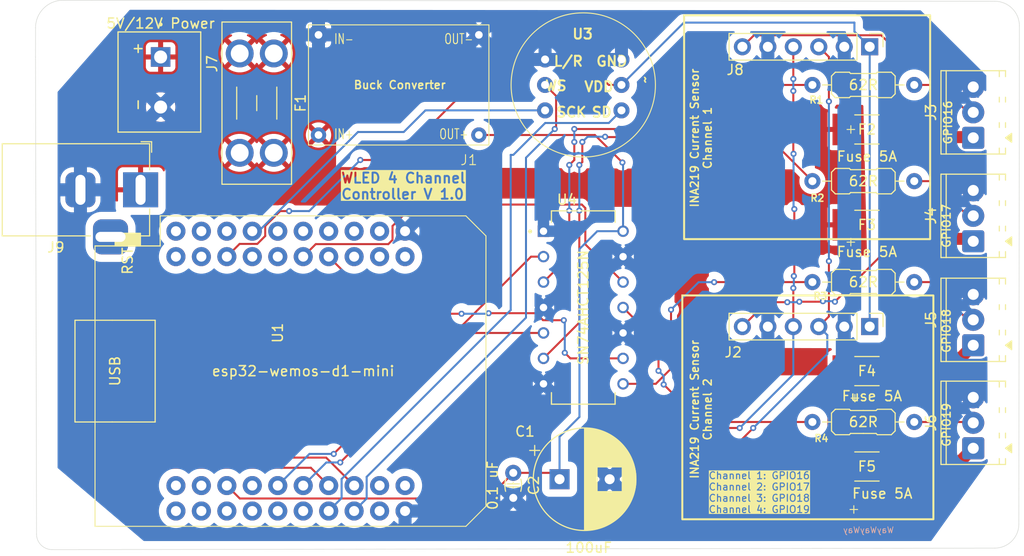
<source format=kicad_pcb>
(kicad_pcb (version 20241229) (generator "pcbnew") (generator_version "9.0")
  (title_block (title "WLED 4 Channel Controller") (date "2/15/2025"))
  (layers (0 "F.Cu" signal) (2 "B.Cu" signal) (13 "F.Paste" user) (15 "B.Paste" user) (5 "F.SilkS" user "F.Silkscreen") (7 "B.SilkS" user "B.Silkscreen") (1 "F.Mask" user) (3 "B.Mask" user) (25 "Edge.Cuts" user))
  (net 0 "")
  (net 4 "DATA1")
  (net 9 "MIC_SD")
  (net 10 "MIC_SCK")
  (net 18 "DATA4")
  (net 22 "DATA2")
  (net 28 "MIC_WS")
  (net 33 "DATA3")
  (net 34 "+12V")
  (net 35 "+5V")
  (net 36 "+3.3V")
  (net 37 "LED_DATA1")
  (net 38 "Net-(U4-1Y)")
  (net 39 "LED_DATA2")
  (net 40 "Net-(U4-2Y)")
  (net 41 "Net-(U4-3Y)")
  (net 42 "LED_DATA3")
  (net 43 "Net-(U4-4Y)")
  (net 44 "LED_DATA4")
  (net 45 "Net-(J2-Pin_6)")
  (net 46 "Net-(J6-Pin_1)")
  (net 47 "GND")
  (net 48 "Net-(J5-Pin_1)")
  (net 49 "SENS-SCL")
  (net 50 "SENS-SDA")
  (net 51 "Net-(J3-Pin_1)")
  (net 53 "+VCC")
  (footprint "PCM_Capacitor_THT_AKL:C_Disc_D3.0mm_W1.6mm_P2.50mm" (layer "F.Cu") (at 73.66 78.74 -90)
    (property "Reference" "C2" (at 1.25 -2.05 90) (layer "F.SilkS"))
    (property "Value" "0.1 uF" (at 1.25 2.05 90) (layer "F.SilkS"))
    (pad "1" thru_hole circle (at 0 0 270) (size 1.6 1.6) (drill 0.8) (layers "*.Cu" "*.Mask") (net 35 "+5V"))
    (pad "2" thru_hole circle (at 2.5 0 270) (size 1.6 1.6) (drill 0.8) (layers "*.Cu" "*.Mask") (net 47 "GND"))
  )
  (footprint "PCM_Resistor_THT_AKL:R_Axial_DIN0207_L6.3mm_D2.5mm_P10.16mm_Horizontal" (layer "F.Cu") (at 103.505 49.61)
    (property "Reference" "R2" (at 0.495 1.69 0) (layer "F.SilkS") (effects (font (size 0.7 0.7))))
    (property "Value" "62R" (at 5.08 0 0) (layer "F.SilkS"))
    (pad "1" thru_hole circle (at 0 0) (size 1.6 1.6) (drill 0.8) (layers "*.Cu" "*.Mask") (net 40 "Net-(U4-2Y)"))
    (pad "2" thru_hole oval (at 10.16 0) (size 1.6 1.6) (drill 0.8) (layers "*.Cu" "*.Mask") (net 39 "LED_DATA2"))
  )
  (footprint "PCM_Resistor_THT_AKL:R_Axial_DIN0207_L6.3mm_D2.5mm_P10.16mm_Horizontal" (layer "F.Cu") (at 103.505 40.005)
    (property "Reference" "R1" (hide yes))
    (property "Value" "62R" (at 5.08 0 0) (layer "F.SilkS"))
    (fp_text user "${REFERENCE}" (at 0.395 1.495 0) (layer "F.SilkS") (effects (font (size 0.7 0.7))))
    (pad "1" thru_hole circle (at 0 0) (size 1.6 1.6) (drill 0.8) (layers "*.Cu" "*.Mask") (net 38 "Net-(U4-1Y)"))
    (pad "2" thru_hole oval (at 10.16 0) (size 1.6 1.6) (drill 0.8) (layers "*.Cu" "*.Mask") (net 37 "LED_DATA1"))
  )
  (footprint "TerminalBlock_Phoenix:TerminalBlock_Phoenix_MPT-0,5-3-2.54_1x03_P2.54mm_Horizontal" (layer "F.Cu") (at 119.55 45.283334 90)
    (property "Reference" "J3" (at 2.54 -4.22 90) (layer "F.SilkS"))
    (property "Value" "LED Channel 1")
    (pad "" np_thru_hole circle (at 0 2.54 90) (size 1.1 1.1) (drill 1.1) (layers "*.Cu" "*.Mask"))
    (pad "" np_thru_hole circle (at 2.54 2.54 90) (size 1.1 1.1) (drill 1.1) (layers "*.Cu" "*.Mask"))
    (pad "" np_thru_hole circle (at 5.08 2.54 90) (size 1.1 1.1) (drill 1.1) (layers "*.Cu" "*.Mask"))
    (pad "1" thru_hole roundrect (at 0 0 90) (size 2.2 2.2) (drill 1.1) (layers "*.Cu" "*.Mask") (roundrect_rratio 0.113636) (net 51 "Net-(J3-Pin_1)"))
    (pad "2" thru_hole circle (at 2.54 0 90) (size 2.2 2.2) (drill 1.1) (layers "*.Cu" "*.Mask") (net 37 "LED_DATA1"))
    (pad "3" thru_hole circle (at 5.08 0 90) (size 2.2 2.2) (drill 1.1) (layers "*.Cu" "*.Mask") (net 47 "GND"))
  )
  (footprint "PCM_Capacitor_THT_AKL:CP_Radial_D10.0mm_P5.00mm" (layer "F.Cu") (at 78.277323 79.375)
    (property "Reference" "C1" (at -3.45 -4.765 0) (layer "F.SilkS"))
    (property "Value" "100uF" (at 2.912677 6.835 0) (layer "F.SilkS"))
    (pad "1" thru_hole rect (at 0 0) (size 2 2) (drill 1) (layers "*.Cu" "*.Mask") (net 35 "+5V"))
    (pad "2" thru_hole circle (at 5 0) (size 2 2) (drill 1) (layers "*.Cu" "*.Mask") (net 47 "GND"))
  )
  (footprint "Fuse:Fuse_Littelfuse-NANO2-451_453" (layer "F.Cu") (at 108.945 53.975)
    (property "Reference" "F3" (at 0 0 0) (layer "F.SilkS"))
    (property "Value" "Fuse 5A" (at 0 2.7 0) (layer "F.SilkS"))
    (pad "1" smd rect (at -2.455 0) (size 1.96 3.15) (layers "F.Cu" "F.Mask" "F.Paste") (net 34 "+12V"))
    (pad "2" smd rect (at 2.455 0) (size 1.96 3.15) (layers "F.Cu" "F.Mask" "F.Paste") (net 45 "Net-(J2-Pin_6)"))
  )
  (footprint "TerminalBlock_Phoenix:TerminalBlock_Phoenix_MPT-0,5-3-2.54_1x03_P2.54mm_Horizontal" (layer "F.Cu") (at 119.55 66 90)
    (property "Reference" "J5" (at 2.54 -4.22 90) (layer "F.SilkS"))
    (property "Value" "LED Channel 3")
    (pad "" np_thru_hole circle (at 0 2.54 90) (size 1.1 1.1) (drill 1.1) (layers "*.Cu" "*.Mask"))
    (pad "" np_thru_hole circle (at 2.54 2.54 90) (size 1.1 1.1) (drill 1.1) (layers "*.Cu" "*.Mask"))
    (pad "" np_thru_hole circle (at 5.08 2.54 90) (size 1.1 1.1) (drill 1.1) (layers "*.Cu" "*.Mask"))
    (pad "1" thru_hole roundrect (at 0 0 90) (size 2.2 2.2) (drill 1.1) (layers "*.Cu" "*.Mask") (roundrect_rratio 0.113636) (net 48 "Net-(J5-Pin_1)"))
    (pad "2" thru_hole circle (at 2.54 0 90) (size 2.2 2.2) (drill 1.1) (layers "*.Cu" "*.Mask") (net 42 "LED_DATA3"))
    (pad "3" thru_hole circle (at 5.08 0 90) (size 2.2 2.2) (drill 1.1) (layers "*.Cu" "*.Mask") (net 47 "GND"))
  )
  (footprint "SN74AHCT125N:DIP794W45P254L1930H508Q14" (layer "F.Cu") (at 80.645 62.23)
    (property "Reference" "U4" (at -1.625 -10.775 0) (layer "F.SilkS"))
    (property "Value" "SN74AHCT125N" (at 0 0 90) (layer "F.SilkS"))
    (pad "1" thru_hole rect (at -3.97 -7.62) (size 1.14 1.14) (drill 0.74) (layers "*.Cu" "*.Mask") (net 47 "GND"))
    (pad "2" thru_hole circle (at -3.97 -5.08) (size 1.14 1.14) (drill 0.74) (layers "*.Cu" "*.Mask") (net 4 "DATA1"))
    (pad "3" thru_hole circle (at -3.97 -2.54) (size 1.14 1.14) (drill 0.74) (layers "*.Cu" "*.Mask") (net 38 "Net-(U4-1Y)"))
    (pad "4" thru_hole circle (at -3.97 0) (size 1.14 1.14) (drill 0.74) (layers "*.Cu" "*.Mask") (net 47 "GND"))
    (pad "5" thru_hole circle (at -3.97 2.54) (size 1.14 1.14) (drill 0.74) (layers "*.Cu" "*.Mask") (net 22 "DATA2"))
    (pad "6" thru_hole circle (at -3.97 5.08) (size 1.14 1.14) (drill 0.74) (layers "*.Cu" "*.Mask") (net 40 "Net-(U4-2Y)"))
    (pad "7" thru_hole circle (at -3.97 7.62) (size 1.14 1.14) (drill 0.74) (layers "*.Cu" "*.Mask") (net 47 "GND"))
    (pad "8" thru_hole circle (at 3.97 7.62) (size 1.14 1.14) (drill 0.74) (layers "*.Cu" "*.Mask") (net 41 "Net-(U4-3Y)"))
    (pad "9" thru_hole circle (at 3.97 5.08) (size 1.14 1.14) (drill 0.74) (layers "*.Cu" "*.Mask") (net 33 "DATA3"))
    (pad "10" thru_hole circle (at 3.97 2.54) (size 1.14 1.14) (drill 0.74) (layers "*.Cu" "*.Mask") (net 47 "GND"))
    (pad "11" thru_hole circle (at 3.97 0) (size 1.14 1.14) (drill 0.74) (layers "*.Cu" "*.Mask") (net 43 "Net-(U4-4Y)"))
    (pad "12" thru_hole circle (at 3.97 -2.54) (size 1.14 1.14) (drill 0.74) (layers "*.Cu" "*.Mask") (net 18 "DATA4"))
    (pad "13" thru_hole circle (at 3.97 -5.08) (size 1.14 1.14) (drill 0.74) (layers "*.Cu" "*.Mask") (net 47 "GND"))
    (pad "14" thru_hole circle (at 3.97 -7.62) (size 1.14 1.14) (drill 0.74) (layers "*.Cu" "*.Mask") (net 35 "+5V"))
  )
  (footprint "PCM_Resistor_THT_AKL:R_Axial_DIN0207_L6.3mm_D2.5mm_P10.16mm_Horizontal" (layer "F.Cu") (at 103.505 73.66)
    (property "Reference" "R4" (hide yes))
    (property "Value" "62R" (at 5.08 0 0) (layer "F.SilkS"))
    (fp_text user "${REFERENCE}" (at 0.895 1.64 0) (layer "F.SilkS") (effects (font (size 0.7 0.7))))
    (pad "1" thru_hole circle (at 0 0) (size 1.6 1.6) (drill 0.8) (layers "*.Cu" "*.Mask") (net 43 "Net-(U4-4Y)"))
    (pad "2" thru_hole oval (at 10.16 0) (size 1.6 1.6) (drill 0.8) (layers "*.Cu" "*.Mask") (net 44 "LED_DATA4"))
  )
  (footprint "Fuse:Fuse_Littelfuse-NANO2-451_453" (layer "F.Cu") (at 108.945 78.105)
    (property "Reference" "F5" (at 0 0 0) (layer "F.SilkS"))
    (property "Value" "Fuse 5A" (at 1.532 2.7 0) (layer "F.SilkS"))
    (pad "1" smd rect (at -2.455 0) (size 1.96 3.15) (layers "F.Cu" "F.Mask" "F.Paste") (net 34 "+12V"))
    (pad "2" smd rect (at 2.455 0) (size 1.96 3.15) (layers "F.Cu" "F.Mask" "F.Paste") (net 46 "Net-(J6-Pin_1)"))
  )
  (footprint "MyCustom:Buck Converter Board" (layer "F.Cu") (at 62.23 39.005)
    (property "Reference" "J1" (at 7 8.5 0) (layer "F.SilkS") (effects (font (thickness 0.1))))
    (property "Value" "Buck Converter" (at 0.11 1 0) (layer "F.SilkS") (effects (font (size 0.8 0.8))))
    (fp_text user "OUT-" (at 4.5 -3 0) (layer "F.SilkS") (effects (font (size 1 0.7) (thickness 0.1)) (justify left bottom)))
    (fp_text user "IN+" (at -6.5 6.5 0) (layer "F.SilkS") (effects (font (size 1 0.7) (thickness 0.1)) (justify left bottom)))
    (fp_text user "OUT+" (at 4 6.5 0) (layer "F.SilkS") (effects (font (size 1 0.7) (thickness 0.1)) (justify left bottom)))
    (fp_text user "IN-" (at -6.5 -3 0) (layer "F.SilkS") (effects (font (size 1 0.7) (thickness 0.1)) (justify left bottom)))
    (pad "1" thru_hole rect (at -8 -4) (size 1.524 1.524) (drill 0.762) (layers "*.Cu" "*.Mask") (net 47 "GND"))
    (pad "2" thru_hole circle (at -8 6) (size 1.524 1.524) (drill 0.762) (layers "*.Cu" "*.Mask") (net 34 "+12V"))
    (pad "3" thru_hole circle (at 8 -4) (size 1.524 1.524) (drill 0.762) (layers "*.Cu" "*.Mask") (net 47 "GND"))
    (pad "4" thru_hole circle (at 8 6) (size 1.524 1.524) (drill 0.762) (layers "*.Cu" "*.Mask") (net 35 "+5V"))
  )
  (footprint "Connector_BarrelJack:BarrelJack_Horizontal" (layer "F.Cu") (at 36.48 50.4775)
    (property "Reference" "J9" (at -8.45 5.75 0) (layer "F.SilkS"))
    (property "Value" "Barrel_Jack")
    (pad "1" thru_hole rect (at 0 0) (size 3.5 3.5) (drill oval 1 3) (layers "*.Cu" "*.Mask") (net 53 "+VCC"))
    (pad "2" thru_hole roundrect (at -6 0) (size 3 3.5) (drill oval 1 3) (layers "*.Cu" "*.Mask") (net 47 "GND"))
    (pad "3" thru_hole roundrect (at -3 4.7) (size 3.5 3.5) (drill oval 3 1) (layers "*.Cu" "*.Mask"))
  )
  (footprint "TerminalBlock_Phoenix:TerminalBlock_Phoenix_MPT-0,5-3-2.54_1x03_P2.54mm_Horizontal" (layer "F.Cu") (at 119.55 76.283333 90)
    (property "Reference" "J6" (at 2.54 -4.22 90) (layer "F.SilkS"))
    (property "Value" "LED Channel 4")
    (pad "" np_thru_hole circle (at 0 2.54 90) (size 1.1 1.1) (drill 1.1) (layers "*.Cu" "*.Mask"))
    (pad "" np_thru_hole circle (at 2.54 2.54 90) (size 1.1 1.1) (drill 1.1) (layers "*.Cu" "*.Mask"))
    (pad "" np_thru_hole circle (at 5.08 2.54 90) (size 1.1 1.1) (drill 1.1) (layers "*.Cu" "*.Mask"))
    (pad "1" thru_hole roundrect (at 0 0 90) (size 2.2 2.2) (drill 1.1) (layers "*.Cu" "*.Mask") (roundrect_rratio 0.113636) (net 46 "Net-(J6-Pin_1)"))
    (pad "2" thru_hole circle (at 2.54 0 90) (size 2.2 2.2) (drill 1.1) (layers "*.Cu" "*.Mask") (net 44 "LED_DATA4"))
    (pad "3" thru_hole circle (at 5.08 0 90) (size 2.2 2.2) (drill 1.1) (layers "*.Cu" "*.Mask") (net 47 "GND"))
  )
  (footprint "MyCustom:INMP441_Module" (layer "F.Cu") (at 80.645 40.005 90)
    (property "Reference" "U3" (at 5.08 -0.065 0) (layer "F.SilkS") (effects (font (thickness 0.2) (bold yes))))
    (property "Value" "~" (at 0.545 6.14 90) (layer "F.SilkS"))
    (fp_text user "VDD" (at -0.762 0 0) (layer "F.SilkS") (effects (font (thickness 0.2) (bold yes)) (justify left bottom)))
    (fp_text user "WS" (at -0.67 -3.91 0) (layer "F.SilkS") (effects (font (thickness 0.2) (bold yes)) (justify left bottom)))
    (fp_text user "SD" (at -3.305 0.735 0) (layer "F.SilkS") (effects (font (thickness 0.2) (bold yes)) (justify left bottom)))
    (fp_text user "SCK" (at -3.302 -2.794 0) (layer "F.SilkS") (effects (font (thickness 0.2) (bold yes)) (justify left bottom)))
    (fp_text user "L/R" (at 1.778 -3.048 0) (layer "F.SilkS") (effects (font (thickness 0.2) (bold yes)) (justify left bottom)))
    (fp_text user "GND" (at 1.778 1.19 0) (layer "F.SilkS") (effects (font (thickness 0.2) (bold yes)) (justify left bottom)))
    (pad "1" thru_hole oval (at -2.54 3.81 90) (size 1.6 1.6) (drill 0.8) (layers "*.Cu" "*.Mask") (net 9 "MIC_SD"))
    (pad "2" thru_hole oval (at 0 3.81 90) (size 1.6 1.6) (drill 0.8) (layers "*.Cu" "*.Mask") (net 36 "+3.3V"))
    (pad "3" thru_hole oval (at 2.54 3.81 90) (size 1.6 1.6) (drill 0.8) (layers "*.Cu" "*.Mask") (net 47 "GND"))
    (pad "4" thru_hole oval (at 2.54 -3.81 90) (size 1.6 1.6) (drill 0.8) (layers "*.Cu" "*.Mask") (net 47 "GND"))
    (pad "5" thru_hole oval (at 0 -3.81 90) (size 1.6 1.6) (drill 0.8) (layers "*.Cu" "*.Mask") (net 28 "MIC_WS"))
    (pad "6" thru_hole oval (at -2.54 -3.81 90) (size 1.6 1.6) (drill 0.8) (layers "*.Cu" "*.Mask") (net 10 "MIC_SCK"))
  )
  (footprint "Fuse:Fuseholder_Blade_Mini_Keystone_3568" (layer "F.Cu") (at 49.769532 36.861039 -90)
    (property "Reference" "F1" (at 4.96 -2.67 90) (layer "F.SilkS"))
    (property "Value" "20A")
    (pad "1" thru_hole circle (at 0 0 270) (size 2.78 2.78) (drill 1.78) (layers "*.Cu" "*.Mask") (net 53 "+VCC"))
    (pad "1" thru_hole circle (at 0 3.4 270) (size 2.78 2.78) (drill 1.78) (layers "*.Cu" "*.Mask") (net 53 "+VCC"))
    (pad "2" thru_hole circle (at 9.92 0 270) (size 2.78 2.78) (drill 1.78) (layers "*.Cu" "*.Mask") (net 34 "+12V"))
    (pad "2" thru_hole circle (at 9.92 3.4 270) (size 2.78 2.78) (drill 1.78) (layers "*.Cu" "*.Mask") (net 34 "+12V"))
  )
  (footprint "Fuse:Fuse_Littelfuse-NANO2-451_453" (layer "F.Cu") (at 108.945 44.45)
    (property "Reference" "F2" (at 0 0 0) (layer "F.SilkS"))
    (property "Value" "Fuse 5A" (at 0 2.7 0) (layer "F.SilkS"))
    (pad "1" smd rect (at -2.455 0) (size 1.96 3.15) (layers "F.Cu" "F.Mask" "F.Paste") (net 34 "+12V"))
    (pad "2" smd rect (at 2.455 0) (size 1.96 3.15) (layers "F.Cu" "F.Mask" "F.Paste") (net 51 "Net-(J3-Pin_1)"))
  )
  (footprint "Connector_PinHeader_2.54mm:PinHeader_1x06_P2.54mm_Vertical" (layer "F.Cu") (at 109.22 36.195 -90)
    (property "Reference" "J8" (at 2.305 13.42 180) (layer "F.SilkS"))
    (property "Value" "I2C")
    (pad "1" thru_hole rect (at 0 0 270) (size 1.7 1.7) (drill 1) (layers "*.Cu" "*.Mask") (net 36 "+3.3V"))
    (pad "2" thru_hole oval (at 0 2.54 270) (size 1.7 1.7) (drill 1) (layers "*.Cu" "*.Mask") (net 47 "GND"))
    (pad "3" thru_hole oval (at 0 5.08 270) (size 1.7 1.7) (drill 1) (layers "*.Cu" "*.Mask") (net 49 "SENS-SCL"))
    (pad "4" thru_hole oval (at 0 7.62 270) (size 1.7 1.7) (drill 1) (layers "*.Cu" "*.Mask") (net 50 "SENS-SDA"))
    (pad "5" thru_hole oval (at 0 10.16 270) (size 1.7 1.7) (drill 1) (layers "*.Cu" "*.Mask") (net 47 "GND"))
    (pad "6" thru_hole oval (at 0 12.7 270) (size 1.7 1.7) (drill 1) (layers "*.Cu" "*.Mask") (net 51 "Net-(J3-Pin_1)"))
  )
  (footprint "PCM_Resistor_THT_AKL:R_Axial_DIN0207_L6.3mm_D2.5mm_P10.16mm_Horizontal" (layer "F.Cu") (at 103.505 59.69)
    (property "Reference" "R3" (at 0.795 1.41 0) (layer "F.SilkS") (effects (font (size 0.7 0.7))))
    (property "Value" "62R" (at 5.08 0 0) (layer "F.SilkS"))
    (pad "1" thru_hole circle (at 0 0) (size 1.6 1.6) (drill 0.8) (layers "*.Cu" "*.Mask") (net 41 "Net-(U4-3Y)"))
    (pad "2" thru_hole oval (at 10.16 0) (size 1.6 1.6) (drill 0.8) (layers "*.Cu" "*.Mask") (net 42 "LED_DATA3"))
  )
  (footprint "MyCustom:esp32-wemos-d1-mini" (layer "F.Cu") (at 51.435 68.58 -90)
    (property "Reference" "U1" (at -3.81 1.27 90) (layer "F.SilkS"))
    (property "Value" "esp32-wemos-d1-mini" (at 0 -1.27 0) (layer "F.SilkS"))
    (fp_text user "USB" (at 0 17.5 90) (layer "F.SilkS"))
    (fp_text user "RST" (at -11 16.25 90) (layer "F.SilkS"))
    (pad "1" thru_hole circle (at -13.97 -11.43 180) (size 1.9 1.9) (drill 1) (layers "*.Cu" "*.Mask") (net 47 "GND"))
    (pad "2" thru_hole circle (at -11.43 -11.43 180) (size 1.9 1.9) (drill 1) (layers "*.Cu" "*.Mask"))
    (pad "3" thru_hole circle (at -13.97 -8.89 180) (size 1.9 1.9) (drill 1) (layers "*.Cu" "*.Mask"))
    (pad "4" thru_hole circle (at -11.43 -8.89 180) (size 1.9 1.9) (drill 1) (layers "*.Cu" "*.Mask"))
    (pad "5" thru_hole circle (at -13.97 -6.35 180) (size 1.9 1.9) (drill 1) (layers "*.Cu" "*.Mask"))
    (pad "6" thru_hole circle (at -11.43 -6.35 180) (size 1.9 1.9) (drill 1) (layers "*.Cu" "*.Mask"))
    (pad "7" thru_hole circle (at -13.97 -3.81 180) (size 1.9 1.9) (drill 1) (layers "*.Cu" "*.Mask"))
    (pad "8" thru_hole circle (at -11.43 -3.81 180) (size 1.9 1.9) (drill 1) (layers "*.Cu" "*.Mask") (net 33 "DATA3"))
    (pad "9" thru_hole circle (at -13.97 -1.27 180) (size 1.9 1.9) (drill 1) (layers "*.Cu" "*.Mask"))
    (pad "10" thru_hole circle (at -11.43 -1.27 180) (size 1.9 1.9) (drill 1) (layers "*.Cu" "*.Mask") (net 18 "DATA4"))
    (pad "11" thru_hole circle (at -13.97 1.27 180) (size 1.9 1.9) (drill 1) (layers "*.Cu" "*.Mask"))
    (pad "12" thru_hole circle (at -11.43 1.27 180) (size 1.9 1.9) (drill 1) (layers "*.Cu" "*.Mask"))
    (pad "13" thru_hole circle (at -13.97 3.81 180) (size 1.9 1.9) (drill 1) (layers "*.Cu" "*.Mask") (net 10 "MIC_SCK"))
    (pad "14" thru_hole circle (at -11.43 3.81 180) (size 1.9 1.9) (drill 1) (layers "*.Cu" "*.Mask"))
    (pad "15" thru_hole circle (at -13.97 6.35 180) (size 1.9 1.9) (drill 1) (layers "*.Cu" "*.Mask"))
    (pad "16" thru_hole circle (at -11.43 6.35 180) (size 1.9 1.9) (drill 1) (layers "*.Cu" "*.Mask") (net 36 "+3.3V"))
    (pad "17" thru_hole circle (at -13.97 8.89 180) (size 1.9 1.9) (drill 1) (layers "*.Cu" "*.Mask"))
    (pad "18" thru_hole circle (at -11.43 8.89 180) (size 1.9 1.9) (drill 1) (layers "*.Cu" "*.Mask"))
    (pad "19" thru_hole circle (at -13.97 11.43 180) (size 1.9 1.9) (drill 1) (layers "*.Cu" "*.Mask"))
    (pad "20" thru_hole circle (at -11.43 11.43 180) (size 1.9 1.9) (drill 1) (layers "*.Cu" "*.Mask"))
    (pad "21" thru_hole circle (at 11.43 -11.43 180) (size 1.9 1.9) (drill 1) (layers "*.Cu" "*.Mask"))
    (pad "22" thru_hole circle (at 13.97 -11.43 180) (size 1.9 1.9) (drill 1) (layers "*.Cu" "*.Mask") (net 47 "GND"))
    (pad "23" thru_hole circle (at 11.43 -8.89 180) (size 1.9 1.9) (drill 1) (layers "*.Cu" "*.Mask"))
    (pad "24" thru_hole circle (at 13.97 -8.89 180) (size 1.9 1.9) (drill 1) (layers "*.Cu" "*.Mask"))
    (pad "25" thru_hole circle (at 11.43 -6.35 180) (size 1.9 1.9) (drill 1) (layers "*.Cu" "*.Mask") (net 49 "SENS-SCL"))
    (pad "26" thru_hole circle (at 13.97 -6.35 180) (size 1.9 1.9) (drill 1) (layers "*.Cu" "*.Mask") (net 28 "MIC_WS"))
    (pad "27" thru_hole circle (at 11.43 -3.81 180) (size 1.9 1.9) (drill 1) (layers "*.Cu" "*.Mask") (net 50 "SENS-SDA"))
    (pad "28" thru_hole circle (at 13.97 -3.81 180) (size 1.9 1.9) (drill 1) (layers "*.Cu" "*.Mask") (net 9 "MIC_SD"))
    (pad "29" thru_hole circle (at 11.43 -1.27 180) (size 1.9 1.9) (drill 1) (layers "*.Cu" "*.Mask") (net 22 "DATA2"))
    (pad "30" thru_hole circle (at 13.97 -1.27 180) (size 1.9 1.9) (drill 1) (layers "*.Cu" "*.Mask"))
    (pad "31" thru_hole circle (at 11.43 1.27 180) (size 1.9 1.9) (drill 1) (layers "*.Cu" "*.Mask") (net 4 "DATA1"))
    (pad "32" thru_hole circle (at 13.97 1.27 180) (size 1.9 1.9) (drill 1) (layers "*.Cu" "*.Mask"))
    (pad "33" thru_hole circle (at 11.43 3.81 180) (size 1.9 1.9) (drill 1) (layers "*.Cu" "*.Mask"))
    (pad "34" thru_hole circle (at 13.97 3.81 180) (size 1.9 1.9) (drill 1) (layers "*.Cu" "*.Mask"))
    (pad "35" thru_hole circle (at 11.43 6.35 180) (size 1.9 1.9) (drill 1) (layers "*.Cu" "*.Mask") (net 35 "+5V"))
    (pad "36" thru_hole circle (at 13.97 6.35 180) (size 1.9 1.9) (drill 1) (layers "*.Cu" "*.Mask"))
    (pad "37" thru_hole circle (at 11.43 8.89 180) (size 1.9 1.9) (drill 1) (layers "*.Cu" "*.Mask"))
    (pad "38" thru_hole circle (at 13.97 8.89 180) (size 1.9 1.9) (drill 1) (layers "*.Cu" "*.Mask"))
    (pad "39" thru_hole circle (at 11.43 11.43 180) (size 1.9 1.9) (drill 1) (layers "*.Cu" "*.Mask"))
    (pad "40" thru_hole circle (at 13.97 11.43 180) (size 1.9 1.9) (drill 1) (layers "*.Cu" "*.Mask"))
  )
  (footprint "TerminalBlock_Phoenix:TerminalBlock_Phoenix_MPT-0,5-3-2.54_1x03_P2.54mm_Horizontal" (layer "F.Cu") (at 119.55 55.616667 90)
    (property "Reference" "J4" (at 2.54 -4.22 90) (layer "F.SilkS"))
    (property "Value" "LED Channel 2")
    (pad "" np_thru_hole circle (at 0 2.54 90) (size 1.1 1.1) (drill 1.1) (layers "*.Cu" "*.Mask"))
    (pad "" np_thru_hole circle (at 2.54 2.54 90) (size 1.1 1.1) (drill 1.1) (layers "*.Cu" "*.Mask"))
    (pad "" np_thru_hole circle (at 5.08 2.54 90) (size 1.1 1.1) (drill 1.1) (layers "*.Cu" "*.Mask"))
    (pad "1" thru_hole roundrect (at 0 0 90) (size 2.2 2.2) (drill 1.1) (layers "*.Cu" "*.Mask") (roundrect_rratio 0.113636) (net 45 "Net-(J2-Pin_6)"))
    (pad "2" thru_hole circle (at 2.54 0 90) (size 2.2 2.2) (drill 1.1) (layers "*.Cu" "*.Mask") (net 39 "LED_DATA2"))
    (pad "3" thru_hole circle (at 5.08 0 90) (size 2.2 2.2) (drill 1.1) (layers "*.Cu" "*.Mask") (net 47 "GND"))
  )
  (footprint "1935161:PHOENIX_1935161" (layer "F.Cu") (at 34.23 34.7125 -90)
    (property "Reference" "J7" (at 3.175 -9.385 90) (layer "F.SilkS"))
    (property "Value" "5V/12V Power" (at -0.85 -4.25 0) (layer "F.SilkS"))
    (pad "1" thru_hole circle (at 7.5 -4.25 270) (size 1.95 1.95) (drill 1.3) (layers "*.Cu" "*.Mask") (net 47 "GND"))
    (pad "2" thru_hole rect (at 2.5 -4.25 270) (size 1.95 1.95) (drill 1.3) (layers "*.Cu" "*.Mask") (net 53 "+VCC"))
  )
  (footprint "Connector_PinHeader_2.54mm:PinHeader_1x06_P2.54mm_Vertical" (layer "F.Cu") (at 109.22 64.135 -90)
    (property "Reference" "J2" (at 2.565 13.62 180) (layer "F.SilkS"))
    (property "Value" "I2C")
    (pad "1" thru_hole rect (at 0 0 270) (size 1.7 1.7) (drill 1) (layers "*.Cu" "*.Mask") (net 36 "+3.3V"))
    (pad "2" thru_hole oval (at 0 2.54 270) (size 1.7 1.7) (drill 1) (layers "*.Cu" "*.Mask") (net 47 "GND"))
    (pad "3" thru_hole oval (at 0 5.08 270) (size 1.7 1.7) (drill 1) (layers "*.Cu" "*.Mask") (net 49 "SENS-SCL"))
    (pad "4" thru_hole oval (at 0 7.62 270) (size 1.7 1.7) (drill 1) (layers "*.Cu" "*.Mask") (net 50 "SENS-SDA"))
    (pad "5" thru_hole oval (at 0 10.16 270) (size 1.7 1.7) (drill 1) (layers "*.Cu" "*.Mask") (net 47 "GND"))
    (pad "6" thru_hole oval (at 0 12.7 270) (size 1.7 1.7) (drill 1) (layers "*.Cu" "*.Mask") (net 45 "Net-(J2-Pin_6)"))
  )
  (footprint "Fuse:Fuse_Littelfuse-NANO2-451_453" (layer "F.Cu") (at 108.945 68.58)
    (property "Reference" "F4" (at 0 0 0) (layer "F.SilkS"))
    (property "Value" "Fuse 5A" (at 0.5 2.5 0) (layer "F.SilkS"))
    (pad "1" smd rect (at -2.455 0) (size 1.96 3.15) (layers "F.Cu" "F.Mask" "F.Paste") (net 34 "+12V"))
    (pad "2" smd rect (at 2.455 0) (size 1.96 3.15) (layers "F.Cu" "F.Mask" "F.Paste") (net 48 "Net-(J5-Pin_1)"))
  )
  (gr_rect (start 90.523528 61.025) (end 115.573528 83.375) (stroke (width 0.2)) (fill no) (layer "F.SilkS"))
  (gr_rect (start 90.705 33.05) (end 115.25 55.4) (stroke (width 0.2)) (fill no) (layer "F.SilkS"))
  (gr_arc (start 26.001127 34.3) (mid 26.842798 32.319132) (end 28.852944 31.550001) (stroke (width 0.05)) (layer "Edge.Cuts"))
  (gr_arc (start 124.1 83.853984) (mid 123.397059 85.551056) (end 121.7 86.253984) (stroke (width 0.05)) (layer "Edge.Cuts"))
  (gr_line (start 124.152944 34.1) (end 124.102944 80.3) (stroke (width 0.05)) (layer "Edge.Cuts"))
  (gr_line (start 31.55 31.550001) (end 121.702944 31.65) (stroke (width 0.05)) (layer "Edge.Cuts"))
  (gr_arc (start 121.702944 31.65) (mid 123.435356 32.367588) (end 124.152944 34.1) (stroke (width 0.05)) (layer "Edge.Cuts"))
  (gr_line (start 26.1 84.853984) (end 25.998183 37.225) (stroke (width 0.05)) (layer "Edge.Cuts"))
  (gr_line (start 28.852944 31.550001) (end 31.55 31.550001) (stroke (width 0.05)) (layer "Edge.Cuts"))
  (gr_line (start 121.7 86.253984) (end 30.347056 86.403984) (stroke (width 0.05)) (layer "Edge.Cuts"))
  (gr_line (start 124.1 83.853984) (end 124.102944 80.3) (stroke (width 0.05)) (layer "Edge.Cuts"))
  (gr_line (start 30.347056 86.403984) (end 27.65 86.403984) (stroke (width 0.05)) (layer "Edge.Cuts"))
  (gr_line (start 26.001127 34.3) (end 25.998183 37.225) (stroke (width 0.05)) (layer "Edge.Cuts"))
  (gr_arc (start 27.65 86.403984) (mid 26.553984 85.95) (end 26.1 84.853984) (stroke (width 0.05)) (layer "Edge.Cuts"))
  (gr_text "+" (at 106.95 82.905 0) (layer "F.SilkS") (effects (font (size 1 1) (thickness 0.1)) (justify left bottom)))
  (gr_text "+" (at 107.05958 71.785952 0) (layer "F.SilkS") (effects (font (size 1 1) (thickness 0.1)) (justify left bottom)))
  (gr_text "GPIO18" (at 116.88 64.57 90) (layer "F.SilkS") (effects (font (size 0.8 0.8))))
  (gr_text "+" (at 106.655 56.21 0) (layer "F.SilkS") (effects (font (size 1 1) (thickness 0.1)) (justify left bottom)))
  (gr_text "INA219 Current Sensor\nChannel 1" (at 92.4 45.3 90) (layer "F.SilkS") (effects (font (size 0.8 0.8) (thickness 0.15) (bold yes))))
  (gr_text "GPIO16" (at 117.03 43.753334 90) (layer "F.SilkS") (effects (font (size 0.8 0.8))))
  (gr_text "+" (at 36.75 37.095 90) (layer "F.SilkS") (effects (font (size 1 1)) (justify left bottom)))
  (gr_text "GPIO17" (at 116.88 54.086667 90) (layer "F.SilkS") (effects (font (size 0.8 0.8))))
  (gr_text "INA219 Current Sensor\nChannel 2" (at 92.4 72.4 90) (layer "F.SilkS") (effects (font (size 0.8 0.8) (thickness 0.15) (bold yes))))
  (gr_text "-" (at 36.75 42.695 90) (layer "F.SilkS") (effects (font (size 1 1)) (justify left bottom)))
  (gr_text "GPIO19" (at 116.88 73.953333 90) (layer "F.SilkS") (effects (font (size 0.8 0.8))))
  (gr_text "+" (at 106.655 44.96 0) (layer "F.SilkS") (effects (font (size 1 1) (thickness 0.1)) (justify left bottom)))
  (gr_text "Channel 1: GPIO16\nChannel 2: GPIO17\nChannel 3: GPIO18\nChannel 4: GPIO19 " (at 93.1 82.8 0) (layer "F.SilkS" knockout) (effects (font (size 0.7 0.7) (thickness 0.11)) (justify left bottom)))
  (gr_text "WLED 4 Channel\nController V 1.0" (at 56.4 51.5 0) (layer "F.SilkS" knockout) (effects (font (size 1 1) (thickness 0.2) (bold yes)) (justify left bottom)))
  (gr_text "WayWayWay" (at 109.1 84.8 0) (layer "B.SilkS") (effects (font (size 0.6 0.6) (thickness 0.075)) (justify bottom mirror)))
  (segment (start 76.675 57.15) (end 75.438 57.15) (width 0.2) (layer "F.Cu") (net 4))
  (segment (start 68.58 64.008) (end 55.75 76.838) (width 0.2) (layer "F.Cu") (net 4))
  (segment (start 75.438 57.15) (end 68.58 64.008) (width 0.2) (layer "F.Cu") (net 4))
  (segment (start 55.75 76.838) (end 55.75 76.85) (width 0.2) (layer "F.Cu") (net 4))
  (via (at 55.75 76.85) (size 0.6) (drill 0.3) (layers "F.Cu" "B.Cu") (net 4))
  (segment (start 53.325 76.85) (end 50.165 80.01) (width 0.2) (layer "B.Cu") (net 4))
  (segment (start 55.75 76.85) (end 53.325 76.85) (width 0.2) (layer "B.Cu") (net 4))
  (segment (start 55.245 82.55) (end 56.535 81.26) (width 0.2) (layer "B.Cu") (net 9))
  (segment (start 76.845 43.805) (end 83.195 43.805) (width 0.2) (layer "B.Cu") (net 9))
  (segment (start 56.535 81.26) (end 56.535 79.355) (width 0.2) (layer "B.Cu") (net 9))
  (segment (start 73.406 46.99) (end 73.66 46.99) (width 0.2) (layer "B.Cu") (net 9))
  (segment (start 56.535 79.355) (end 73.406 62.484) (width 0.2) (layer "B.Cu") (net 9))
  (segment (start 83.195 43.805) (end 84.455 42.545) (width 0.2) (layer "B.Cu") (net 9))
  (segment (start 73.66 46.99) (end 76.845 43.805) (width 0.2) (layer "B.Cu") (net 9))
  (segment (start 73.406 62.484) (end 73.406 46.99) (width 0.2) (layer "B.Cu") (net 9))
  (segment (start 58.166 44.704) (end 48.26 54.61) (width 0.2) (layer "B.Cu") (net 10))
  (segment (start 62.738 44.704) (end 58.166 44.704) (width 0.2) (layer "B.Cu") (net 10))
  (segment (start 48.26 54.61) (end 47.625 54.61) (width 0.2) (layer "B.Cu") (net 10))
  (segment (start 76.835 42.545) (end 64.897 42.545) (width 0.2) (layer "B.Cu") (net 10))
  (segment (start 64.897 42.545) (end 62.738 44.704) (width 0.2) (layer "B.Cu") (net 10))
  (segment (start 84.615 59.69) (end 80.85 55.925) (width 0.2) (layer "F.Cu") (net 18))
  (segment (start 61.615 55.478999) (end 61.193999 55.9) (width 0.2) (layer "F.Cu") (net 18))
  (segment (start 80.85 55.925) (end 80.85 52.301471) (width 0.2) (layer "F.Cu") (net 18))
  (segment (start 63.757233 51.95) (end 61.615 54.092233) (width 0.2) (layer "F.Cu") (net 18))
  (segment (start 61.615 54.092233) (end 61.615 55.478999) (width 0.2) (layer "F.Cu") (net 18))
  (segment (start 53.955 55.9) (end 52.705 57.15) (width 0.2) (layer "F.Cu") (net 18))
  (segment (start 80.498529 51.95) (end 63.757233 51.95) (width 0.2) (layer "F.Cu") (net 18))
  (segment (start 80.85 52.301471) (end 80.498529 51.95) (width 0.2) (layer "F.Cu") (net 18))
  (segment (start 61.193999 55.9) (end 53.955 55.9) (width 0.2) (layer "F.Cu") (net 18))
  (segment (start 56.4 77.7) (end 69.33 64.77) (width 0.2) (layer "F.Cu") (net 22))
  (segment (start 69.33 64.77) (end 76.675 64.77) (width 0.2) (layer "F.Cu") (net 22))
  (via (at 56.4 77.7) (size 0.6) (drill 0.3) (layers "F.Cu" "B.Cu") (net 22))
  (segment (start 55.015 77.7) (end 56.4 77.7) (width 0.2) (layer "B.Cu") (net 22))
  (segment (start 52.705 80.01) (end 55.015 77.7) (width 0.2) (layer "B.Cu") (net 22))
  (segment (start 77.935 44.27) (end 77.935 41.105) (width 0.2) (layer "F.Cu") (net 28))
  (segment (start 77.935 41.105) (end 76.835 40.005) (width 0.2) (layer "F.Cu") (net 28))
  (segment (start 77.8 44.405) (end 77.935 44.27) (width 0.2) (layer "F.Cu") (net 28))
  (via (at 77.8 44.405) (size 0.6) (drill 0.3) (layers "F.Cu" "B.Cu") (net 28))
  (segment (start 57.785 82.55) (end 59.035 81.3) (width 0.2) (layer "B.Cu") (net 28))
  (segment (start 74.93 47.275) (end 77.8 44.405) (width 0.2) (layer "B.Cu") (net 28))
  (segment (start 59.035 79.141) (end 74.93 63.246) (width 0.2) (layer "B.Cu") (net 28))
  (segment (start 74.93 63.246) (end 74.93 47.275) (width 0.2) (layer "B.Cu") (net 28))
  (segment (start 59.035 81.3) (end 59.035 79.141) (width 0.2) (layer "B.Cu") (net 28))
  (segment (start 60.945 62.85) (end 68.5 62.85) (width 0.2) (layer "F.Cu") (net 33))
  (segment (start 78.8 66.75) (end 79.36 67.31) (width 0.2) (layer "F.Cu") (net 33))
  (segment (start 79.36 67.31) (end 84.615 67.31) (width 0.2) (layer "F.Cu") (net 33))
  (segment (start 71.2 62.8) (end 75.935366 62.8) (width 0.2) (layer "F.Cu") (net 33))
  (segment (start 55.245 57.15) (end 60.945 62.85) (width 0.2) (layer "F.Cu") (net 33))
  (segment (start 76.635366 63.5) (end 78.7 63.5) (width 0.2) (layer "F.Cu") (net 33))
  (segment (start 75.935366 62.8) (end 76.635366 63.5) (width 0.2) (layer "F.Cu") (net 33))
  (via (at 78.7 63.5) (size 0.6) (drill 0.3) (layers "F.Cu" "B.Cu") (net 33))
  (via (at 71.2 62.8) (size 0.6) (drill 0.3) (layers "F.Cu" "B.Cu") (net 33))
  (via (at 68.5 62.85) (size 0.6) (drill 0.3) (layers "F.Cu" "B.Cu") (net 33))
  (via (at 78.8 66.75) (size 0.6) (drill 0.3) (layers "F.Cu" "B.Cu") (net 33))
  (segment (start 78.7 63.5) (end 78.7 63.714) (width 0.2) (layer "B.Cu") (net 33))
  (segment (start 78.7 63.714) (end 78.8 63.814) (width 0.2) (layer "B.Cu") (net 33))
  (segment (start 71.15 62.85) (end 71.2 62.8) (width 0.2) (layer "B.Cu") (net 33))
  (segment (start 78.8 63.814) (end 78.8 66.75) (width 0.2) (layer "B.Cu") (net 33))
  (segment (start 68.5 62.85) (end 71.15 62.85) (width 0.2) (layer "B.Cu") (net 33))
  (segment (start 45.085 80.01) (end 46.375 81.3) (width 0.2) (layer "F.Cu") (net 35))
  (segment (start 46.375 81.3) (end 71.1 81.3) (width 0.2) (layer "F.Cu") (net 35))
  (segment (start 70.23 45.005) (end 81.805 45.005) (width 0.2) (layer "F.Cu") (net 35))
  (segment (start 73.66 78.74) (end 77.642323 78.74) (width 0.2) (layer "F.Cu") (net 35))
  (segment (start 81.805 45.005) (end 84.55 47.75) (width 0.2) (layer "F.Cu") (net 35))
  (segment (start 77.642323 78.74) (end 78.277323 79.375) (width 0.2) (layer "F.Cu") (net 35))
  (segment (start 71.1 81.3) (end 73.66 78.74) (width 0.2) (layer "F.Cu") (net 35))
  (via (at 84.55 47.75) (size 0.6) (drill 0.3) (layers "F.Cu" "B.Cu") (net 35))
  (segment (start 78.277323 75.138677) (end 78.277323 79.375) (width 0.2) (layer "B.Cu") (net 35))
  (segment (start 80.264 56.388) (end 80.264 73.152) (width 0.2) (layer "B.Cu") (net 35))
  (segment (start 80.264 73.152) (end 78.277323 75.138677) (width 0.2) (layer "B.Cu") (net 35))
  (segment (start 82.042 54.61) (end 80.264 56.388) (width 0.2) (layer "B.Cu") (net 35))
  (segment (start 84.55 47.75) (end 84.615 47.815) (width 0.2) (layer "B.Cu") (net 35))
  (segment (start 84.615 54.61) (end 82.042 54.61) (width 0.2) (layer "B.Cu") (net 35))
  (segment (start 84.615 47.815) (end 84.615 54.61) (width 0.2) (layer "B.Cu") (net 35))
  (segment (start 83.185 40.005) (end 77.978 34.798) (width 0.2) (layer "F.Cu") (net 36))
  (segment (start 46.355 55.88) (end 45.085 57.15) (width 0.2) (layer "F.Cu") (net 36))
  (segment (start 48.122767 55.88) (end 46.355 55.88) (width 0.2) (layer "F.Cu") (net 36))
  (segment (start 50.407233 52.6) (end 48.915 54.092233) (width 0.2) (layer "F.Cu") (net 36))
  (segment (start 77.978 34.798) (end 74.676 34.798) (width 0.2) (layer "F.Cu") (net 36))
  (segment (start 61.974 47.5) (end 58.4 47.5) (width 0.2) (layer "F.Cu") (net 36))
  (segment (start 48.915 54.092233) (end 48.915 55.087767) (width 0.2) (layer "F.Cu") (net 36))
  (segment (start 84.455 40.005) (end 83.185 40.005) (width 0.2) (layer "F.Cu") (net 36))
  (segment (start 48.915 55.087767) (end 48.122767 55.88) (width 0.2) (layer "F.Cu") (net 36))
  (segment (start 74.676 34.798) (end 74.422 35.052) (width 0.2) (layer "F.Cu") (net 36))
  (segment (start 74.474 35) (end 61.974 47.5) (width 0.2) (layer "F.Cu") (net 36))
  (segment (start 74.422 35.052) (end 74.474 35) (width 0.2) (layer "F.Cu") (net 36))
  (segment (start 51.3 52.6) (end 50.407233 52.6) (width 0.2) (layer "F.Cu") (net 36))
  (via (at 51.3 52.6) (size 0.6) (drill 0.3) (layers "F.Cu" "B.Cu") (net 36))
  (via (at 58.4 47.5) (size 0.6) (drill 0.3) (layers "F.Cu" "B.Cu") (net 36))
  (segment (start 90.678 33.782) (end 84.455 40.005) (width 0.2) (layer "B.Cu") (net 36))
  (segment (start 58.4 47.5) (end 53.3 52.6) (width 0.2) (layer "B.Cu") (net 36))
  (segment (start 107.696 34.671) (end 107.696 33.782) (width 0.2) (layer "B.Cu") (net 36))
  (segment (start 109.22 36.195) (end 107.696 34.671) (width 0.2) (layer "B.Cu") (net 36))
  (segment (start 53.3 52.6) (end 51.3 52.6) (width 0.2) (layer "B.Cu") (net 36))
  (segment (start 107.696 33.782) (end 90.678 33.782) (width 0.2) (layer "B.Cu") (net 36))
  (segment (start 109.22 36.195) (end 109.22 64.135) (width 0.2) (layer "B.Cu") (net 36))
  (segment (start 113.665 40.005) (end 116.271666 40.005) (width 0.2) (layer "F.Cu") (net 37))
  (segment (start 116.271666 40.005) (end 119.55 43.283334) (width 0.2) (layer "F.Cu") (net 37))
  (segment (start 79.75 45.7) (end 79.75 47.5) (width 0.2) (layer "F.Cu") (net 38))
  (segment (start 103.505 40.005) (end 100.457 40.005) (width 0.2) (layer "F.Cu") (net 38))
  (segment (start 79.75 47.5) (end 79.25 48) (width 0.2) (layer "F.Cu") (net 38))
  (segment (start 96.057 44.405) (end 79.75 44.405) (width 0.2) (layer "F.Cu") (net 38))
  (segment (start 79.25 57.115) (end 76.675 59.69) (width 0.2) (layer "F.Cu") (net 38))
  (segment (start 100.457 40.005) (end 96.057 44.405) (width 0.2) (layer "F.Cu") (net 38))
  (segment (start 79.25 52.55) (end 79.25 57.115) (width 0.2) (layer "F.Cu") (net 38))
  (via (at 79.75 44.405) (size 0.6) (drill 0.3) (layers "F.Cu" "B.Cu") (net 38))
  (via (at 79.25 52.55) (size 0.6) (drill 0.3) (layers "F.Cu" "B.Cu") (net 38))
  (via (at 79.75 45.7) (size 0.6) (drill 0.3) (layers "F.Cu" "B.Cu") (net 38))
  (via (at 79.25 48) (size 0.6) (drill 0.3) (layers "F.Cu" "B.Cu") (net 38))
  (segment (start 79.75 44.405) (end 79.75 45.7) (width 0.2) (layer "B.Cu") (net 38))
  (segment (start 79.25 48) (end 79.25 52.55) (width 0.2) (layer "B.Cu") (net 38))
  (segment (start 115.543333 49.61) (end 119.55 53.616667) (width 0.2) (layer "F.Cu") (net 39))
  (segment (start 113.665 49.61) (end 115.543333 49.61) (width 0.2) (layer "F.Cu") (net 39))
  (segment (start 99.06 45.212) (end 82.86053 45.212) (width 0.2) (layer "F.Cu") (net 40))
  (segment (start 80.25 52.55) (end 80.25 63.735) (width 0.2) (layer "F.Cu") (net 40))
  (segment (start 99.107 45.212) (end 99.06 45.212) (width 0.2) (layer "F.Cu") (net 40))
  (segment (start 103.505 49.61) (end 99.107 45.212) (width 0.2) (layer "F.Cu") (net 40))
  (segment (start 80.550003 47.699997) (end 80.25 48) (width 0.2) (layer "F.Cu") (net 40))
  (segment (start 82.86053 45.212) (end 82.824265 45.175735) (width 0.2) (layer "F.Cu") (net 40))
  (segment (start 80.25 63.735) (end 76.675 67.31) (width 0.2) (layer "F.Cu") (net 40))
  (segment (start 80.550003 45.7) (end 80.550003 47.699997) (width 0.2) (layer "F.Cu") (net 40))
  (via (at 80.550003 45.7) (size 0.6) (drill 0.3) (layers "F.Cu" "B.Cu") (net 40))
  (via (at 82.824265 45.175735) (size 0.6) (drill 0.3) (layers "F.Cu" "B.Cu") (net 40))
  (via (at 80.25 52.55) (size 0.6) (drill 0.3) (layers "F.Cu" "B.Cu") (net 40))
  (via (at 80.25 48) (size 0.6) (drill 0.3) (layers "F.Cu" "B.Cu") (net 40))
  (segment (start 82.824265 45.175735) (end 81.074268 45.175735) (width 0.2) (layer "B.Cu") (net 40))
  (segment (start 80.25 48) (end 80.25 52.55) (width 0.2) (layer "B.Cu") (net 40))
  (segment (start 81.074268 45.175735) (end 80.550003 45.7) (width 0.2) (layer "B.Cu") (net 40))
  (segment (start 103.505 59.69) (end 96.012 59.69) (width 0.2) (layer "F.Cu") (net 41))
  (segment (start 89.4 68.334) (end 87.884 69.85) (width 0.2) (layer "F.Cu") (net 41))
  (segment (start 93.71 59.69) (end 93.7 59.7) (width 0.2) (layer "F.Cu") (net 41))
  (segment (start 87.884 69.85) (end 84.615 69.85) (width 0.2) (layer "F.Cu") (net 41))
  (segment (start 89.4 62.45) (end 89.4 68.334) (width 0.2) (layer "F.Cu") (net 41))
  (segment (start 96.012 59.69) (end 93.71 59.69) (width 0.2) (layer "F.Cu") (net 41))
  (via (at 89.4 62.45) (size 0.6) (drill 0.3) (layers "F.Cu" "B.Cu") (net 41))
  (via (at 93.7 59.7) (size 0.6) (drill 0.3) (layers "F.Cu" "B.Cu") (net 41))
  (segment (start 92.15 59.7) (end 89.4 62.45) (width 0.2) (layer "B.Cu") (net 41))
  (segment (start 93.7 59.7) (end 92.15 59.7) (width 0.2) (layer "B.Cu") (net 41))
  (segment (start 113.665 59.69) (end 115.24 59.69) (width 0.2) (layer "F.Cu") (net 42))
  (segment (start 115.24 59.69) (end 119.55 64) (width 0.2) (layer "F.Cu") (net 42))
  (segment (start 88.15 65.765) (end 84.615 62.23) (width 0.2) (layer "F.Cu") (net 43))
  (segment (start 103.505 73.66) (end 92.41 73.66) (width 0.2) (layer "F.Cu") (net 43))
  (segment (start 88.15 68.55) (end 88.15 65.765) (width 0.2) (layer "F.Cu") (net 43))
  (segment (start 92.41 73.66) (end 88.666265 69.916265) (width 0.2) (layer "F.Cu") (net 43))
  (via (at 88.15 68.55) (size 0.6) (drill 0.3) (layers "F.Cu" "B.Cu") (net 43))
  (via (at 88.666265 69.916265) (size 0.6) (drill 0.3) (layers "F.Cu" "B.Cu") (net 43))
  (segment (start 88.666265 69.066265) (end 88.15 68.55) (width 0.2) (layer "B.Cu") (net 43))
  (segment (start 88.666265 69.916265) (end 88.666265 69.066265) (width 0.2) (layer "B.Cu") (net 43))
  (segment (start 118.926667 73.66) (end 119.55 74.283333) (width 0.2) (layer "F.Cu") (net 44))
  (segment (start 113.665 73.66) (end 118.926667 73.66) (width 0.2) (layer "F.Cu") (net 44))
  (segment (start 102.2 61.65) (end 104.5 61.65) (width 0.2) (layer "F.Cu") (net 45))
  (segment (start 98.955 61.7) (end 101 61.7) (width 0.2) (layer "F.Cu") (net 45))
  (segment (start 111.4 56) (end 111.4 53.975) (width 0.2) (layer "F.Cu") (net 45))
  (segment (start 96.52 64.135) (end 98.955 61.7) (width 0.2) (layer "F.Cu") (net 45))
  (segment (start 105.75 61.65) (end 111.4 56) (width 0.2) (layer "F.Cu") (net 45))
  (segment (start 119.305333 55.372) (end 119.55 55.616667) (width 1.2) (layer "F.Cu") (net 45))
  (segment (start 111.4 53.975) (end 112.797 55.372) (width 1.2) (layer "F.Cu") (net 45))
  (segment (start 104.5 61.65) (end 104.55 61.6) (width 0.2) (layer "F.Cu") (net 45))
  (segment (start 112.797 55.372) (end 119.305333 55.372) (width 1.2) (layer "F.Cu") (net 45))
  (via (at 104.55 61.6) (size 0.6) (drill 0.3) (layers "F.Cu" "B.Cu") (net 45))
  (via (at 101 61.7) (size 0.6) (drill 0.3) (layers "F.Cu" "B.Cu") (net 45))
  (via (at 102.2 61.65) (size 0.6) (drill 0.3) (layers "F.Cu" "B.Cu") (net 45))
  (via (at 105.75 61.65) (size 0.6) (drill 0.3) (layers "F.Cu" "B.Cu") (net 45))
  (segment (start 105.7 61.6) (end 105.75 61.65) (width 0.2) (layer "B.Cu") (net 45))
  (segment (start 101 61.7) (end 102.15 61.7) (width 0.2) (layer "B.Cu") (net 45))
  (segment (start 104.55 61.6) (end 105.7 61.6) (width 0.2) (layer "B.Cu") (net 45))
  (segment (start 102.15 61.7) (end 102.2 61.65) (width 0.2) (layer "B.Cu") (net 45))
  (segment (start 117.728333 78.105) (end 119.55 76.283333) (width 1.2) (layer "F.Cu") (net 46))
  (segment (start 111.4 78.105) (end 117.728333 78.105) (width 1.2) (layer "F.Cu") (net 46))
  (segment (start 116.97 68.58) (end 119.55 66) (width 1.2) (layer "F.Cu") (net 48))
  (segment (start 111.4 68.58) (end 116.97 68.58) (width 1.2) (layer "F.Cu") (net 48))
  (segment (start 104.14 36.195) (end 105.15 37.205) (width 0.2) (layer "F.Cu") (net 49))
  (segment (start 86.77 85.09) (end 37.338 85.09) (width 0.2) (layer "F.Cu") (net 49))
  (segment (start 105.15 63.125) (end 104.14 64.135) (width 0.2) (layer "F.Cu") (net 49))
  (segment (start 105.15 37.205) (end 105.15 41.65) (width 0.2) (layer "F.Cu") (net 49))
  (segment (start 97.6 74.26) (end 86.77 85.09) (width 0.2) (layer "F.Cu") (net 49))
  (segment (start 54.991 77.216) (end 57.785 80.01) (width 0.2) (layer "F.Cu") (net 49))
  (segment (start 105.15 57.6) (end 105.15 63.125) (width 0.2) (layer "F.Cu") (net 49))
  (segment (start 37.338 77.216) (end 54.991 77.216) (width 0.2) (layer "F.Cu") (net 49))
  (segment (start 37.338 85.09) (end 37.338 77.216) (width 0.2) (layer "F.Cu") (net 49))
  (via (at 105.15 41.65) (size 0.6) (drill 0.3) (layers "F.Cu" "B.Cu") (net 49))
  (via (at 105.15 57.6) (size 0.6) (drill 0.3) (layers "F.Cu" "B.Cu") (net 49))
  (via (at 97.6 74.26) (size 0.6) (drill 0.3) (layers "F.Cu" "B.Cu") (net 49))
  (segment (start 104.99 66.87) (end 97.6 74.26) (width 0.2) (layer "B.Cu") (net 49))
  (segment (start 104.99 64.985) (end 104.99 66.87) (width 0.2) (layer "B.Cu") (net 49))
  (segment (start 104.14 64.135) (end 104.99 64.985) (width 0.2) (layer "B.Cu") (net 49))
  (segment (start 105.15 41.65) (end 105.15 57.6) (width 0.2) (layer "B.Cu") (net 49))
  (segment (start 83.82 84.582) (end 38.1 84.582) (width 0.2) (layer "F.Cu") (net 50))
  (segment (start 94.142 74.26) (end 83.82 84.582) (width 0.2) (layer "F.Cu") (net 50))
  (segment (start 38.1 84.582) (end 38.1 78.232) (width 0.2) (layer "F.Cu") (net 50))
  (segment (start 38.1 78.232) (end 53.467 78.232) (width 0.2) (layer "F.Cu") (net 50))
  (segment (start 101.6 36.195) (end 101.6 39.405) (width 0.2) (layer "F.Cu") (net 50))
  (segment (start 96.25 74.26) (end 94.142 74.26) (width 0.2) (layer "F.Cu") (net 50))
  (segment (start 101.7 52.4) (end 101.7 59.04) (width 0.2) (layer "F.Cu") (net 50))
  (segment (start 101.7 59.04) (end 101.65 59.09) (width 0.2) (layer "F.Cu") (net 50))
  (segment (start 101.6 46.85647) (end 101.621765 46.878235) (width 0.2) (layer "F.Cu") (net 50))
  (segment (start 53.467 78.232) (end 55.245 80.01) (width 0.2) (layer "F.Cu") (net 50))
  (segment (start 101.6 40.605) (end 101.6 46.85647) (width 0.2) (layer "F.Cu") (net 50))
  (segment (start 101.6 60.29) (end 101.6 64.135) (width 0.2) (layer "F.Cu") (net 50))
  (via (at 101.621765 46.878235) (size 0.6) (drill 0.3) (layers "F.Cu" "B.Cu") (net 50))
  (via (at 101.6 39.405) (size 0.6) (drill 0.3) (layers "F.Cu" "B.Cu") (net 50))
  (via (at 101.6 40.605) (size 0.6) (drill 0.3) (layers "F.Cu" "B.Cu") (net 50))
  (via (at 96.25 74.26) (size 0.6) (drill 0.3) (layers "F.Cu" "B.Cu") (net 50))
  (via (at 101.65 59.09) (size 0.6) (drill 0.3) (layers "F.Cu" "B.Cu") (net 50))
  (via (at 101.6 60.29) (size 0.6) (drill 0.3) (layers "F.Cu" "B.Cu") (net 50))
  (via (at 101.7 52.4) (size 0.6) (drill 0.3) (layers "F.Cu" "B.Cu") (net 50))
  (segment (start 101.6 68.91) (end 96.25 74.26) (width 0.2) (layer "B.Cu") (net 50))
  (segment (start 101.65 59.09) (end 101.65 60.24) (width 0.2) (layer "B.Cu") (net 50))
  (segment (start 101.621765 52.321765) (end 101.7 52.4) (width 0.2) (layer "B.Cu") (net 50))
  (segment (start 101.65 60.24) (end 101.6 60.29) (width 0.2) (layer "B.Cu") (net 50))
  (segment (start 101.6 64.135) (end 101.6 68.91) (width 0.2) (layer "B.Cu") (net 50))
  (segment (start 101.621765 46.878235) (end 101.621765 52.321765) (width 0.2) (layer "B.Cu") (net 50))
  (segment (start 101.6 39.405) (end 101.6 40.605) (width 0.2) (layer "B.Cu") (net 50))
  (segment (start 97.67 35.045) (end 110.37 35.045) (width 0.2) (layer "F.Cu") (net 51))
  (segment (start 119.478666 45.212) (end 119.55 45.283334) (width 1.2) (layer "F.Cu") (net 51))
  (segment (start 111.4 44.45) (end 112.162 45.212) (width 1.2) (layer "F.Cu") (net 51))
  (segment (start 112.162 45.212) (end 119.478666 45.212) (width 1.2) (layer "F.Cu") (net 51))
  (segment (start 96.52 36.195) (end 97.67 35.045) (width 0.2) (layer "F.Cu") (net 51))
  (segment (start 110.37 35.045) (end 111.4 36.075) (width 0.2) (layer "F.Cu") (net 51))
  (segment (start 111.4 36.075) (end 111.4 44.45) (width 0.2) (layer "F.Cu") (net 51))
  (zone (net 34) (net_name "+12V") (layer "F.Cu") (connect_pads (clearance 0.5)) (min_thickness 0.25) (fill yes (thermal_gap 0.5) (thermal_bridge_width 0.5))
    (polygon (pts (xy 56 43) (xy 55.98 48.2) (xy 103.75 48.45) (xy 103.8 41.95) (xy 108.585 42) (xy 108.95 57.05) (xy 104 56.965035) (xy 104 52) (xy 93.15 52) (xy 93.2 66.25) (xy 108.75 66.3) (xy 108.7 82.4) (xy 105 82.15) (xy 105 69) (xy 89.7 69) (xy 89.8 52.2) (xy 44 52) (xy 44 43)))
  )
  (zone (net 53) (net_name "+VCC") (layer "F.Cu") (priority 2) (connect_pads (clearance 0.5)) (min_thickness 0.2) (fill yes (thermal_gap 0.5) (thermal_bridge_width 0.5))
    (polygon (pts (xy 33.23 47.38) (xy 33.48 51.5) (xy 38.8 52.75) (xy 38.95 46.3) (xy 43.6 41.75) (xy 45.1 39.35) (xy 51.95 39.3) (xy 52 34.9) (xy 36.1 35.05) (xy 33.7 43.8)))
  )
  (zone (net 47) (net_name "GND") (layer "B.Cu") (priority 6) (connect_pads (clearance 0.75)) (min_thickness 0.2) (fill yes (thermal_gap 0.5) (thermal_bridge_width 1.3))
    (polygon (pts (xy 28.2 78.25) (xy 36.8 85.55) (xy 115.35 85.55) (xy 121 77.65) (xy 120.85 39.05) (xy 114.3 32.55) (xy 35.4 32.5) (xy 28.2 40.7)))
  )
)
</source>
